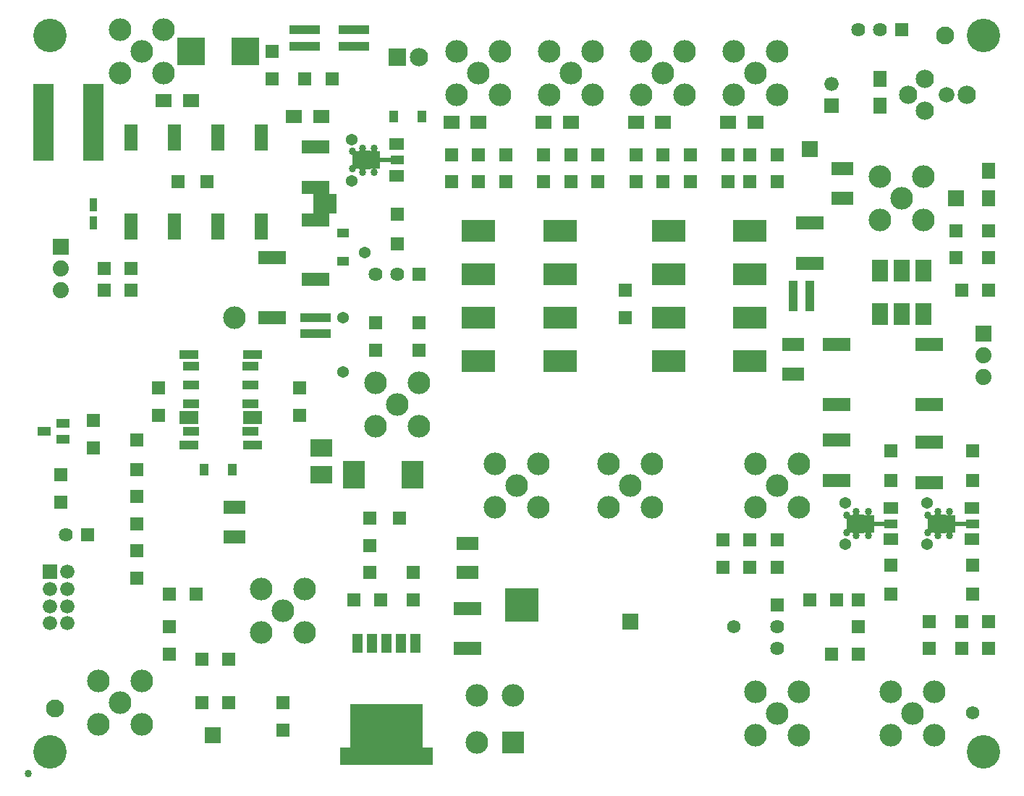
<source format=gts>
*%FSLAX24Y24*%
*%MOIN*%
G01*
%ADD11C,0.0000*%
%ADD12C,0.0050*%
%ADD13C,0.0060*%
%ADD14C,0.0070*%
%ADD15C,0.0073*%
%ADD16C,0.0079*%
%ADD17C,0.0080*%
%ADD18C,0.0098*%
%ADD19C,0.0100*%
%ADD20C,0.0120*%
%ADD21C,0.0160*%
%ADD22C,0.0160*%
%ADD23C,0.0197*%
%ADD24C,0.0200*%
%ADD25C,0.0200*%
%ADD26C,0.0240*%
%ADD27C,0.0250*%
%ADD28C,0.0280*%
%ADD29C,0.0300*%
%ADD30C,0.0300*%
%ADD31C,0.0320*%
%ADD32C,0.0340*%
%ADD33C,0.0360*%
%ADD34C,0.0380*%
%ADD35C,0.0394*%
%ADD36C,0.0397*%
%ADD37C,0.0400*%
%ADD38C,0.0400*%
%ADD39C,0.0430*%
%ADD40C,0.0434*%
%ADD41C,0.0440*%
%ADD42C,0.0480*%
%ADD43C,0.0500*%
%ADD44C,0.0500*%
%ADD45C,0.0520*%
%ADD46C,0.0540*%
%ADD47C,0.0560*%
%ADD48C,0.0580*%
%ADD49C,0.0600*%
%ADD50C,0.0600*%
%ADD51C,0.0620*%
%ADD52C,0.0630*%
%ADD53C,0.0640*%
%ADD54C,0.0650*%
%ADD55C,0.0660*%
%ADD56C,0.0670*%
%ADD57C,0.0680*%
%ADD58C,0.0700*%
%ADD59C,0.0720*%
%ADD60C,0.0740*%
%ADD61C,0.0750*%
%ADD62C,0.0760*%
%ADD63C,0.0800*%
%ADD64C,0.0827*%
%ADD65C,0.0840*%
%ADD66C,0.0850*%
%ADD67C,0.0870*%
%ADD68C,0.0900*%
%ADD69C,0.1000*%
%ADD70C,0.1040*%
%ADD71C,0.1417*%
%ADD72C,0.1500*%
%ADD73C,0.1540*%
%ADD74C,0.2417*%
%ADD75R,0.0200X0.0200*%
%ADD76R,0.0200X0.0400*%
%ADD77R,0.0300X0.0250*%
%ADD78R,0.0300X0.0300*%
%ADD79R,0.0300X0.0600*%
%ADD80R,0.0340X0.0640*%
%ADD81R,0.0350X0.0550*%
%ADD82R,0.0350X0.0800*%
%ADD83R,0.0360X0.1300*%
%ADD84R,0.0400X0.0400*%
%ADD85R,0.0400X0.0500*%
%ADD86R,0.0400X0.1350*%
%ADD87R,0.0420X0.0850*%
%ADD88R,0.0440X0.0540*%
%ADD89R,0.0440X0.1390*%
%ADD90R,0.0460X0.0890*%
%ADD91R,0.0500X0.0200*%
%ADD92R,0.0500X0.0400*%
%ADD93R,0.0500X0.0500*%
%ADD94R,0.0500X0.0500*%
%ADD95R,0.0500X0.0850*%
%ADD96R,0.0540X0.0440*%
%ADD97R,0.0540X0.0890*%
%ADD98R,0.0540X0.1140*%
%ADD99R,0.0550X0.0350*%
%ADD100R,0.0551X0.0394*%
%ADD101R,0.0551X0.1417*%
%ADD102R,0.0560X0.0320*%
%ADD103R,0.0591X0.0434*%
%ADD104R,0.0600X0.0280*%
%ADD105R,0.0600X0.0360*%
%ADD106R,0.0600X0.0600*%
%ADD107R,0.0600X0.0600*%
%ADD108R,0.0600X0.0700*%
%ADD109R,0.0600X0.0900*%
%ADD110R,0.0600X0.1200*%
%ADD111R,0.0620X0.0620*%
%ADD112R,0.0640X0.0320*%
%ADD113R,0.0640X0.0400*%
%ADD114R,0.0640X0.0640*%
%ADD115R,0.0640X0.0740*%
%ADD116R,0.0640X0.1240*%
%ADD117R,0.0650X0.0200*%
%ADD118R,0.0650X0.0300*%
%ADD119R,0.0650X0.0550*%
%ADD120R,0.0660X0.0660*%
%ADD121R,0.0700X0.0300*%
%ADD122R,0.0700X0.0340*%
%ADD123R,0.0700X0.0350*%
%ADD124R,0.0700X0.0600*%
%ADD125R,0.0700X0.0700*%
%ADD126R,0.0700X0.0700*%
%ADD127R,0.0700X0.1000*%
%ADD128R,0.0709X0.0394*%
%ADD129R,0.0740X0.0640*%
%ADD130R,0.0740X0.0740*%
%ADD131R,0.0740X0.1040*%
%ADD132R,0.0749X0.0434*%
%ADD133R,0.0750X0.0300*%
%ADD134R,0.0750X0.0400*%
%ADD135R,0.0750X0.0550*%
%ADD136R,0.0750X0.0800*%
%ADD137R,0.0760X0.0760*%
%ADD138R,0.0800X0.0350*%
%ADD139R,0.0800X0.0550*%
%ADD140R,0.0800X0.0800*%
%ADD141R,0.0800X0.3400*%
%ADD142R,0.0827X0.0394*%
%ADD143R,0.0827X0.0591*%
%ADD144R,0.0840X0.0840*%
%ADD145R,0.0867X0.0434*%
%ADD146R,0.0867X0.0631*%
%ADD147R,0.0900X0.0900*%
%ADD148R,0.0900X0.3500*%
%ADD149R,0.0940X0.3540*%
%ADD150R,0.0950X0.1200*%
%ADD151R,0.0960X0.0540*%
%ADD152R,0.0960X0.1220*%
%ADD153R,0.0984X0.1260*%
%ADD154R,0.1000X0.0600*%
%ADD155R,0.1000X0.0800*%
%ADD156R,0.1000X0.1000*%
%ADD157R,0.1000X0.1000*%
%ADD158R,0.1000X0.1200*%
%ADD159R,0.1000X0.1250*%
%ADD160R,0.1040X0.0640*%
%ADD161R,0.1040X0.0840*%
%ADD162R,0.1040X0.1040*%
%ADD163R,0.1040X0.1290*%
%ADD164R,0.1100X0.1100*%
%ADD165R,0.1102X0.0394*%
%ADD166R,0.1200X0.0600*%
%ADD167R,0.1200X0.1200*%
%ADD168R,0.1250X0.0600*%
%ADD169R,0.1250X0.0800*%
%ADD170R,0.1250X0.1250*%
%ADD171R,0.1250X0.1250*%
%ADD172R,0.1260X0.0591*%
%ADD173R,0.1290X0.0640*%
%ADD174R,0.1290X0.1290*%
%ADD175R,0.1300X0.0631*%
%ADD176R,0.1300X0.0360*%
%ADD177R,0.1350X0.0400*%
%ADD178R,0.1390X0.0440*%
%ADD179R,0.1500X0.1000*%
%ADD180R,0.1500X0.1500*%
%ADD181R,0.1540X0.1040*%
%ADD182R,0.1540X0.1540*%
%ADD183R,0.1600X0.0200*%
%ADD184R,0.1600X0.2400*%
%ADD185R,0.1700X0.1700*%
%ADD186R,0.1900X0.1900*%
%ADD187R,0.2000X0.2000*%
%ADD188R,0.2100X0.2100*%
%ADD189R,0.2200X0.2200*%
%ADD190R,0.2300X0.2300*%
%ADD191R,0.2500X0.0500*%
%ADD192R,0.2750X0.0500*%
%ADD193R,0.3000X0.3000*%
%ADD194R,0.3300X0.2750*%
%ADD195R,0.3340X0.2790*%
%ADD196R,0.4250X0.0750*%
%ADD197R,0.4290X0.0790*%
D11*
X74300Y41100D02*
D03*
Y37850D02*
D03*
Y39100D02*
D03*
X73300Y56850D02*
D03*
Y52600D02*
D03*
X73550Y46600D02*
D03*
X71050Y62600D02*
D03*
X71300Y59100D02*
D03*
X70550Y58350D02*
D03*
X72050Y48100D02*
D03*
X70800D02*
D03*
X71550Y54350D02*
D03*
X70550Y41100D02*
D03*
X72050Y37850D02*
D03*
X70550Y35350D02*
D03*
X70300Y38600D02*
D03*
X68300Y56350D02*
D03*
Y58350D02*
D03*
X68800Y54100D02*
D03*
Y48100D02*
D03*
X68550Y44100D02*
D03*
X69050Y35100D02*
D03*
Y36350D02*
D03*
X68800Y38600D02*
D03*
X67050Y59100D02*
D03*
X67300Y52350D02*
D03*
X66050Y63350D02*
D03*
X65550Y56850D02*
D03*
X64300Y59850D02*
D03*
X65050Y47100D02*
D03*
X64550Y54850D02*
D03*
X66050Y35100D02*
D03*
X65050Y38350D02*
D03*
X65300Y34600D02*
D03*
X62300Y55600D02*
D03*
Y46350D02*
D03*
X63300Y34600D02*
D03*
Y35350D02*
D03*
X63550Y38350D02*
D03*
X61300Y56850D02*
D03*
Y61850D02*
D03*
X60800Y59850D02*
D03*
X61050Y54600D02*
D03*
Y52600D02*
D03*
X61300Y51600D02*
D03*
X61050Y44600D02*
D03*
X59800Y58850D02*
D03*
Y47350D02*
D03*
X60300Y36600D02*
D03*
X59550Y44600D02*
D03*
X57050Y57600D02*
D03*
Y61850D02*
D03*
X56800Y59600D02*
D03*
X58300Y47350D02*
D03*
X56800Y55350D02*
D03*
X55300Y58850D02*
D03*
X56300Y47350D02*
D03*
Y45350D02*
D03*
X54550Y37350D02*
D03*
X52550Y56850D02*
D03*
Y61850D02*
D03*
X53300Y45600D02*
D03*
X53800Y55600D02*
D03*
X52550Y52600D02*
D03*
X53550Y34100D02*
D03*
X52300Y59600D02*
D03*
Y51350D02*
D03*
Y54600D02*
D03*
X51300Y45600D02*
D03*
Y34600D02*
D03*
X50300Y46850D02*
D03*
X49050Y55350D02*
D03*
Y53600D02*
D03*
Y42600D02*
D03*
X49550Y33600D02*
D03*
X48800Y38100D02*
D03*
X47800Y63600D02*
D03*
X47950Y57800D02*
D03*
X47850Y56700D02*
D03*
X46800Y60850D02*
D03*
X48550Y48350D02*
D03*
X48300Y40850D02*
D03*
X47900Y55300D02*
D03*
X48300Y33600D02*
D03*
X46800Y38100D02*
D03*
X46050Y64100D02*
D03*
X45800Y55350D02*
D03*
X44800Y40600D02*
D03*
X45050Y51850D02*
D03*
X46550Y36600D02*
D03*
X44650Y55350D02*
D03*
X44550Y33600D02*
D03*
X43300Y60850D02*
D03*
X43800Y62600D02*
D03*
X43050Y51350D02*
D03*
X43800Y36600D02*
D03*
X42800Y40350D02*
D03*
X41800Y58850D02*
D03*
Y43850D02*
D03*
X41300Y49100D02*
D03*
X41050Y51600D02*
D03*
X41300Y54850D02*
D03*
X42300Y34350D02*
D03*
X40800D02*
D03*
X41550Y30850D02*
D03*
X41800Y40350D02*
D03*
X40550Y56100D02*
D03*
Y60850D02*
D03*
Y64100D02*
D03*
X39550Y59100D02*
D03*
Y54850D02*
D03*
X40050Y49600D02*
D03*
X39800Y53350D02*
D03*
X40300Y43850D02*
D03*
Y40350D02*
D03*
X39800Y33600D02*
D03*
Y32100D02*
D03*
X38800Y38350D02*
D03*
X37550Y59100D02*
D03*
X38550Y45850D02*
D03*
X37550Y54850D02*
D03*
X37050Y44100D02*
D03*
Y34100D02*
D03*
Y35600D02*
D03*
X35550Y54850D02*
D03*
X36050Y48850D02*
D03*
X36550Y41600D02*
D03*
X35800Y44100D02*
D03*
X36550Y40350D02*
D03*
X36050Y33600D02*
D03*
Y32100D02*
D03*
X34550Y60100D02*
D03*
X33800Y57850D02*
D03*
Y56350D02*
D03*
X33550Y41350D02*
D03*
X34800Y46100D02*
D03*
X33800Y39350D02*
D03*
Y37850D02*
D03*
X34300Y36100D02*
D03*
X32800Y63600D02*
D03*
X31800Y46600D02*
D03*
X32800Y43100D02*
D03*
X31050Y35100D02*
D03*
X30300Y41850D02*
D03*
D32*
X71250Y41500D02*
D03*
X72250Y40550D02*
D03*
Y41650D02*
D03*
X71700Y40550D02*
D03*
Y41650D02*
D03*
X71250Y40700D02*
D03*
X67500Y41500D02*
D03*
X68500Y40550D02*
D03*
Y41650D02*
D03*
X67950Y40550D02*
D03*
Y41650D02*
D03*
X67500Y40700D02*
D03*
X44750Y58250D02*
D03*
X45750Y57300D02*
D03*
Y58400D02*
D03*
X45200Y57300D02*
D03*
Y58400D02*
D03*
X44750Y57450D02*
D03*
X29800Y29600D02*
D03*
D40*
X72050Y63600D02*
D03*
X31050Y32600D02*
D03*
D46*
X45300Y53600D02*
D03*
X44300Y50600D02*
D03*
Y48100D02*
D03*
X71200Y42050D02*
D03*
Y40150D02*
D03*
X67450Y42050D02*
D03*
Y40150D02*
D03*
X44700Y58800D02*
D03*
Y56900D02*
D03*
D51*
X73300Y32400D02*
D03*
X62300Y36350D02*
D03*
D53*
X46800Y52600D02*
D03*
X45800D02*
D03*
X69050Y63850D02*
D03*
X68050D02*
D03*
X64300Y35350D02*
D03*
Y36350D02*
D03*
X31550Y40600D02*
D03*
D55*
X66800Y61350D02*
D03*
X30806Y38094D02*
D03*
X30806Y37306D02*
D03*
Y36519D02*
D03*
X31594Y38881D02*
D03*
Y38094D02*
D03*
Y37306D02*
D03*
Y36519D02*
D03*
D59*
X72105Y60850D02*
D03*
D60*
X31300Y52850D02*
D03*
Y51850D02*
D03*
X73800Y48850D02*
D03*
Y47850D02*
D03*
D64*
X72050Y63600D02*
D03*
X31050Y32600D02*
D03*
D65*
X71121Y61578D02*
D03*
X70333Y60850D02*
D03*
X71121Y60122D02*
D03*
X73050Y60850D02*
D03*
X47800Y62600D02*
D03*
D70*
X39300Y50600D02*
D03*
X47800Y47600D02*
D03*
X45800Y45600D02*
D03*
X47800D02*
D03*
X45800Y47600D02*
D03*
X46800Y46600D02*
D03*
X71050Y57100D02*
D03*
X69050Y55100D02*
D03*
X71050D02*
D03*
X69050Y57100D02*
D03*
X70050Y56100D02*
D03*
X65300Y43850D02*
D03*
X63300Y41850D02*
D03*
X65300D02*
D03*
X63300Y43850D02*
D03*
X64300Y42850D02*
D03*
X71550Y33350D02*
D03*
X69550Y31350D02*
D03*
X71550D02*
D03*
X69550Y33350D02*
D03*
X70550Y32350D02*
D03*
X65300Y33350D02*
D03*
X63300Y31350D02*
D03*
X65300D02*
D03*
X63300Y33350D02*
D03*
X64300Y32350D02*
D03*
X50473Y31017D02*
D03*
X52127Y33183D02*
D03*
X50473D02*
D03*
X53300Y43850D02*
D03*
X51300Y41850D02*
D03*
X53300D02*
D03*
X51300Y43850D02*
D03*
X52300Y42850D02*
D03*
X58550Y43850D02*
D03*
X56550Y41850D02*
D03*
X58550D02*
D03*
X56550Y43850D02*
D03*
X57550Y42850D02*
D03*
X64300Y62850D02*
D03*
X62300Y60850D02*
D03*
X64300D02*
D03*
X62300Y62850D02*
D03*
X63300Y61850D02*
D03*
X60050Y62850D02*
D03*
X58050Y60850D02*
D03*
X60050D02*
D03*
X58050Y62850D02*
D03*
X59050Y61850D02*
D03*
X55800Y62850D02*
D03*
X53800Y60850D02*
D03*
X55800D02*
D03*
X53800Y62850D02*
D03*
X54800Y61850D02*
D03*
X51550Y62850D02*
D03*
X49550Y60850D02*
D03*
X51550D02*
D03*
X49550Y62850D02*
D03*
X50550Y61850D02*
D03*
X36050Y63850D02*
D03*
X34050Y61850D02*
D03*
X36050D02*
D03*
X34050Y63850D02*
D03*
X35050Y62850D02*
D03*
X42550Y38100D02*
D03*
X40550Y36100D02*
D03*
X42550D02*
D03*
X40550Y38100D02*
D03*
X41550Y37100D02*
D03*
X35050Y33850D02*
D03*
X33050Y31850D02*
D03*
X35050D02*
D03*
X33050Y33850D02*
D03*
X34050Y32850D02*
D03*
D73*
X30800Y63600D02*
D03*
X73800D02*
D03*
Y30600D02*
D03*
X30800D02*
D03*
D80*
X32800Y54950D02*
D03*
Y55800D02*
D03*
D88*
X37900Y43600D02*
D03*
X39200D02*
D03*
X47950Y59850D02*
D03*
X46650D02*
D03*
D89*
X65050Y51600D02*
D03*
X65800D02*
D03*
D90*
X44960Y35600D02*
D03*
X45630D02*
D03*
X46300D02*
D03*
X46970D02*
D03*
X47640D02*
D03*
D91*
X72600Y41100D02*
D03*
X68850D02*
D03*
X46100Y57850D02*
D03*
D96*
X44300Y54500D02*
D03*
Y53200D02*
D03*
D97*
X71800Y41100D02*
D03*
X68050D02*
D03*
X45300Y57850D02*
D03*
D103*
X31416Y45724D02*
D03*
X30550Y45350D02*
D03*
X31416Y44976D02*
D03*
D112*
X73300Y41850D02*
D03*
Y40350D02*
D03*
X69550Y41850D02*
D03*
Y40350D02*
D03*
X46800Y58600D02*
D03*
Y57100D02*
D03*
D113*
X73300Y41100D02*
D03*
X69550D02*
D03*
X46800Y57850D02*
D03*
D114*
X41550Y32850D02*
D03*
Y31600D02*
D03*
X35800Y46100D02*
D03*
Y47350D02*
D03*
X34550Y52850D02*
D03*
X33300D02*
D03*
X34550Y51850D02*
D03*
X33300D02*
D03*
X47800Y52600D02*
D03*
Y49100D02*
D03*
Y50350D02*
D03*
X45800Y49100D02*
D03*
Y50350D02*
D03*
X73300Y37850D02*
D03*
Y39200D02*
D03*
Y43100D02*
D03*
Y44450D02*
D03*
X72800Y51850D02*
D03*
X74050D02*
D03*
X70050Y63850D02*
D03*
X74050Y54600D02*
D03*
Y53350D02*
D03*
X72550Y54600D02*
D03*
Y53350D02*
D03*
X63050Y39100D02*
D03*
X61800D02*
D03*
X63050Y40350D02*
D03*
X61800D02*
D03*
X64300D02*
D03*
Y39100D02*
D03*
X69550Y43100D02*
D03*
Y44450D02*
D03*
Y37850D02*
D03*
Y39200D02*
D03*
X71300Y36600D02*
D03*
Y35350D02*
D03*
X72800D02*
D03*
Y36600D02*
D03*
X74050Y35350D02*
D03*
Y36600D02*
D03*
X66800Y35100D02*
D03*
X68050D02*
D03*
Y36350D02*
D03*
Y37600D02*
D03*
X65800D02*
D03*
X67050D02*
D03*
X64300Y37350D02*
D03*
X47550Y37600D02*
D03*
Y38850D02*
D03*
X57300Y50600D02*
D03*
Y51850D02*
D03*
X62050Y56850D02*
D03*
Y58100D02*
D03*
X63050Y56850D02*
D03*
X64300D02*
D03*
X63050Y58100D02*
D03*
X64300D02*
D03*
X59050D02*
D03*
X60300D02*
D03*
X59050Y56850D02*
D03*
X60300D02*
D03*
X57800D02*
D03*
Y58100D02*
D03*
X53550Y56850D02*
D03*
Y58100D02*
D03*
X54800Y56850D02*
D03*
X56050D02*
D03*
X54800Y58100D02*
D03*
X56050D02*
D03*
X50550D02*
D03*
X51800D02*
D03*
X50550Y56850D02*
D03*
X51800D02*
D03*
X49300D02*
D03*
Y58100D02*
D03*
X38050Y56850D02*
D03*
X36700D02*
D03*
X41050Y61600D02*
D03*
Y62850D02*
D03*
X43800Y61600D02*
D03*
X42550D02*
D03*
X46800Y55350D02*
D03*
Y54000D02*
D03*
X42300Y47350D02*
D03*
Y46100D02*
D03*
X45550Y41350D02*
D03*
X46900D02*
D03*
X45550Y38850D02*
D03*
Y40100D02*
D03*
X44800Y37600D02*
D03*
X46050D02*
D03*
X32550Y40600D02*
D03*
X31300Y42100D02*
D03*
Y43350D02*
D03*
X32800Y44600D02*
D03*
Y45850D02*
D03*
X34800Y43600D02*
D03*
Y44950D02*
D03*
Y41100D02*
D03*
Y42350D02*
D03*
Y38600D02*
D03*
Y39850D02*
D03*
X36300Y37850D02*
D03*
X37550D02*
D03*
X36300Y35100D02*
D03*
Y36350D02*
D03*
X37800Y34850D02*
D03*
X39050D02*
D03*
X37800Y32850D02*
D03*
X39050D02*
D03*
D115*
X69050Y61600D02*
D03*
Y60350D02*
D03*
X74050Y57350D02*
D03*
Y56100D02*
D03*
D116*
X34550Y54800D02*
D03*
X40550Y58900D02*
D03*
X38550Y54800D02*
D03*
X36550D02*
D03*
X34550Y58900D02*
D03*
X36550D02*
D03*
X38550D02*
D03*
X40550Y54800D02*
D03*
D119*
X73275Y41825D02*
D03*
Y40375D02*
D03*
X69525Y41825D02*
D03*
Y40375D02*
D03*
X46775Y58575D02*
D03*
Y57125D02*
D03*
D120*
X66800Y60350D02*
D03*
X30806Y38881D02*
D03*
D129*
X63300Y59600D02*
D03*
X62050D02*
D03*
X59050D02*
D03*
X57800D02*
D03*
X54800D02*
D03*
X53550D02*
D03*
X50550D02*
D03*
X49300D02*
D03*
X36050Y60600D02*
D03*
X37300D02*
D03*
X42050Y59850D02*
D03*
X43300D02*
D03*
D130*
X31300Y53850D02*
D03*
X73800Y49850D02*
D03*
X72550Y56100D02*
D03*
X57550Y36600D02*
D03*
D131*
X69050Y52750D02*
D03*
X71050D02*
D03*
X70050D02*
D03*
X71050Y50750D02*
D03*
X70050D02*
D03*
X69050D02*
D03*
D132*
X37294Y48342D02*
D03*
Y47476D02*
D03*
X37294Y46610D02*
D03*
X37294Y45350D02*
D03*
X40050D02*
D03*
Y48342D02*
D03*
Y47476D02*
D03*
Y46610D02*
D03*
D137*
X38300Y31350D02*
D03*
X65800Y58350D02*
D03*
D144*
X46800Y62600D02*
D03*
D145*
X40148Y44720D02*
D03*
X37196D02*
D03*
X40148Y48893D02*
D03*
X37196D02*
D03*
D146*
Y45980D02*
D03*
X40148D02*
D03*
D147*
X43400Y55850D02*
X43550D01*
D149*
X32800Y59600D02*
D03*
X30500D02*
D03*
D160*
X39300Y41850D02*
D03*
Y40500D02*
D03*
X67300Y56100D02*
D03*
Y57450D02*
D03*
X65050Y49350D02*
D03*
Y48000D02*
D03*
X50050Y38850D02*
D03*
Y40200D02*
D03*
D161*
X43300Y44600D02*
D03*
Y43350D02*
D03*
D162*
X52127Y31017D02*
D03*
D163*
X44800Y43350D02*
D03*
X47500D02*
D03*
D169*
X71875Y41100D02*
D03*
D03*
D03*
X68125D02*
D03*
D03*
D03*
X45375Y57850D02*
D03*
D03*
D03*
D173*
X71300Y43000D02*
D03*
Y44850D02*
D03*
X65800Y53100D02*
D03*
Y54950D02*
D03*
X67050Y44950D02*
D03*
Y43100D02*
D03*
X50050Y37200D02*
D03*
Y35350D02*
D03*
X43050Y58450D02*
D03*
Y56600D02*
D03*
D174*
X37300Y62850D02*
D03*
X39800D02*
D03*
D175*
X41050Y50600D02*
D03*
Y53350D02*
D03*
X71300Y49350D02*
D03*
Y46600D02*
D03*
X67050D02*
D03*
Y49350D02*
D03*
X43050Y52350D02*
D03*
Y55100D02*
D03*
D178*
X42550Y63850D02*
D03*
Y63100D02*
D03*
X44800Y63850D02*
D03*
Y63100D02*
D03*
X43050Y49850D02*
D03*
Y50600D02*
D03*
D181*
X54300D02*
D03*
X50550D02*
D03*
X54300Y54600D02*
D03*
X50550D02*
D03*
Y48600D02*
D03*
Y52600D02*
D03*
X54300Y48600D02*
D03*
Y52600D02*
D03*
X63050Y50600D02*
D03*
X59300D02*
D03*
X63050Y54600D02*
D03*
X59300D02*
D03*
Y48600D02*
D03*
Y52600D02*
D03*
X63050Y48600D02*
D03*
Y52600D02*
D03*
D182*
X52550Y37350D02*
D03*
D183*
X72350Y41100D02*
D03*
X68600D02*
D03*
X45850Y57850D02*
D03*
D195*
X46300Y31400D02*
D03*
D197*
Y30400D02*
D03*
M02*

</source>
